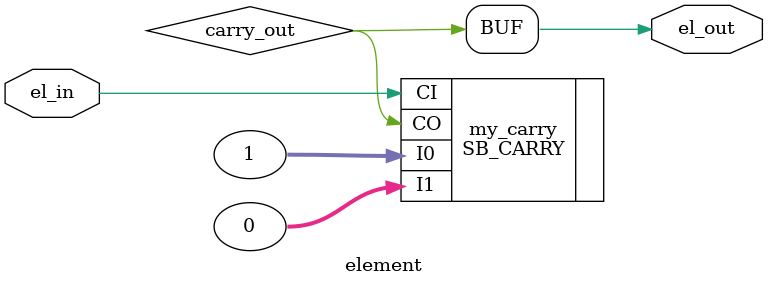
<source format=v>
module element(
    input el_in /* synthesis syn_force_pads=1 syn_noprune=1*/,
    output el_out
    );

    wire el_in /* synthesis syn_keep = 1 */;
    wire el_out /* synthesis syn_keep = 1 */;
    wire carry_out  /* synthesis syn_keep = 1 */;

    SB_CARRY my_carry (
      .CO(carry_out),
      .I0(1),
      .I1(0),
      .CI(el_in));

    assign el_out = carry_out;

endmodule

</source>
